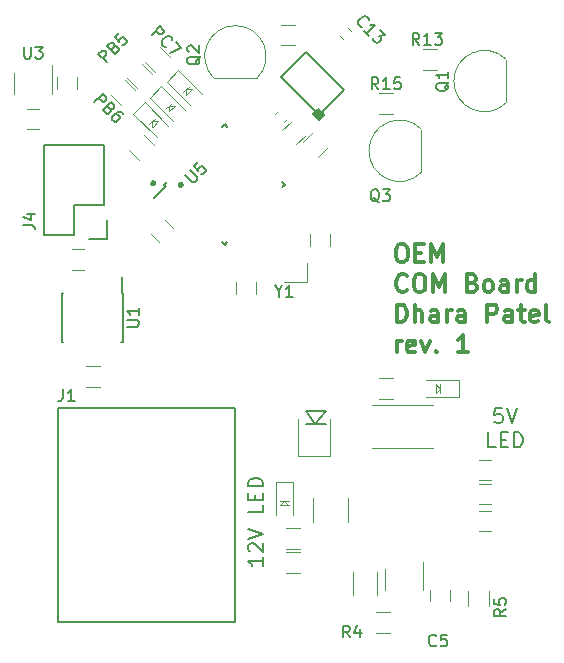
<source format=gto>
G04 #@! TF.GenerationSoftware,KiCad,Pcbnew,5.0.1-33cea8e~68~ubuntu18.04.1*
G04 #@! TF.CreationDate,2019-04-03T20:24:34-04:00*
G04 #@! TF.ProjectId,IMU,494D552E6B696361645F706362000000,rev?*
G04 #@! TF.SameCoordinates,Original*
G04 #@! TF.FileFunction,Legend,Top*
G04 #@! TF.FilePolarity,Positive*
%FSLAX46Y46*%
G04 Gerber Fmt 4.6, Leading zero omitted, Abs format (unit mm)*
G04 Created by KiCad (PCBNEW 5.0.1-33cea8e~68~ubuntu18.04.1) date Wed 03 Apr 2019 08:24:34 PM EDT*
%MOMM*%
%LPD*%
G01*
G04 APERTURE LIST*
%ADD10C,0.300000*%
%ADD11C,0.152400*%
%ADD12C,0.120000*%
%ADD13C,0.150000*%
%ADD14C,0.100000*%
%ADD15C,0.200000*%
%ADD16C,0.500000*%
G04 APERTURE END LIST*
D10*
X152841617Y-90933771D02*
X153127331Y-90933771D01*
X153270188Y-91005200D01*
X153413045Y-91148057D01*
X153484474Y-91433771D01*
X153484474Y-91933771D01*
X153413045Y-92219485D01*
X153270188Y-92362342D01*
X153127331Y-92433771D01*
X152841617Y-92433771D01*
X152698760Y-92362342D01*
X152555902Y-92219485D01*
X152484474Y-91933771D01*
X152484474Y-91433771D01*
X152555902Y-91148057D01*
X152698760Y-91005200D01*
X152841617Y-90933771D01*
X154127331Y-91648057D02*
X154627331Y-91648057D01*
X154841617Y-92433771D02*
X154127331Y-92433771D01*
X154127331Y-90933771D01*
X154841617Y-90933771D01*
X155484474Y-92433771D02*
X155484474Y-90933771D01*
X155984474Y-92005200D01*
X156484474Y-90933771D01*
X156484474Y-92433771D01*
X153413045Y-94840914D02*
X153341617Y-94912342D01*
X153127331Y-94983771D01*
X152984474Y-94983771D01*
X152770188Y-94912342D01*
X152627331Y-94769485D01*
X152555902Y-94626628D01*
X152484474Y-94340914D01*
X152484474Y-94126628D01*
X152555902Y-93840914D01*
X152627331Y-93698057D01*
X152770188Y-93555200D01*
X152984474Y-93483771D01*
X153127331Y-93483771D01*
X153341617Y-93555200D01*
X153413045Y-93626628D01*
X154341617Y-93483771D02*
X154627331Y-93483771D01*
X154770188Y-93555200D01*
X154913045Y-93698057D01*
X154984474Y-93983771D01*
X154984474Y-94483771D01*
X154913045Y-94769485D01*
X154770188Y-94912342D01*
X154627331Y-94983771D01*
X154341617Y-94983771D01*
X154198760Y-94912342D01*
X154055902Y-94769485D01*
X153984474Y-94483771D01*
X153984474Y-93983771D01*
X154055902Y-93698057D01*
X154198760Y-93555200D01*
X154341617Y-93483771D01*
X155627331Y-94983771D02*
X155627331Y-93483771D01*
X156127331Y-94555200D01*
X156627331Y-93483771D01*
X156627331Y-94983771D01*
X158984474Y-94198057D02*
X159198760Y-94269485D01*
X159270188Y-94340914D01*
X159341617Y-94483771D01*
X159341617Y-94698057D01*
X159270188Y-94840914D01*
X159198760Y-94912342D01*
X159055902Y-94983771D01*
X158484474Y-94983771D01*
X158484474Y-93483771D01*
X158984474Y-93483771D01*
X159127331Y-93555200D01*
X159198760Y-93626628D01*
X159270188Y-93769485D01*
X159270188Y-93912342D01*
X159198760Y-94055200D01*
X159127331Y-94126628D01*
X158984474Y-94198057D01*
X158484474Y-94198057D01*
X160198760Y-94983771D02*
X160055902Y-94912342D01*
X159984474Y-94840914D01*
X159913045Y-94698057D01*
X159913045Y-94269485D01*
X159984474Y-94126628D01*
X160055902Y-94055200D01*
X160198760Y-93983771D01*
X160413045Y-93983771D01*
X160555902Y-94055200D01*
X160627331Y-94126628D01*
X160698760Y-94269485D01*
X160698760Y-94698057D01*
X160627331Y-94840914D01*
X160555902Y-94912342D01*
X160413045Y-94983771D01*
X160198760Y-94983771D01*
X161984474Y-94983771D02*
X161984474Y-94198057D01*
X161913045Y-94055200D01*
X161770188Y-93983771D01*
X161484474Y-93983771D01*
X161341617Y-94055200D01*
X161984474Y-94912342D02*
X161841617Y-94983771D01*
X161484474Y-94983771D01*
X161341617Y-94912342D01*
X161270188Y-94769485D01*
X161270188Y-94626628D01*
X161341617Y-94483771D01*
X161484474Y-94412342D01*
X161841617Y-94412342D01*
X161984474Y-94340914D01*
X162698760Y-94983771D02*
X162698760Y-93983771D01*
X162698760Y-94269485D02*
X162770188Y-94126628D01*
X162841617Y-94055200D01*
X162984474Y-93983771D01*
X163127331Y-93983771D01*
X164270188Y-94983771D02*
X164270188Y-93483771D01*
X164270188Y-94912342D02*
X164127331Y-94983771D01*
X163841617Y-94983771D01*
X163698760Y-94912342D01*
X163627331Y-94840914D01*
X163555902Y-94698057D01*
X163555902Y-94269485D01*
X163627331Y-94126628D01*
X163698760Y-94055200D01*
X163841617Y-93983771D01*
X164127331Y-93983771D01*
X164270188Y-94055200D01*
X152555902Y-97533771D02*
X152555902Y-96033771D01*
X152913045Y-96033771D01*
X153127331Y-96105200D01*
X153270188Y-96248057D01*
X153341617Y-96390914D01*
X153413045Y-96676628D01*
X153413045Y-96890914D01*
X153341617Y-97176628D01*
X153270188Y-97319485D01*
X153127331Y-97462342D01*
X152913045Y-97533771D01*
X152555902Y-97533771D01*
X154055902Y-97533771D02*
X154055902Y-96033771D01*
X154698760Y-97533771D02*
X154698760Y-96748057D01*
X154627331Y-96605200D01*
X154484474Y-96533771D01*
X154270188Y-96533771D01*
X154127331Y-96605200D01*
X154055902Y-96676628D01*
X156055902Y-97533771D02*
X156055902Y-96748057D01*
X155984474Y-96605200D01*
X155841617Y-96533771D01*
X155555902Y-96533771D01*
X155413045Y-96605200D01*
X156055902Y-97462342D02*
X155913045Y-97533771D01*
X155555902Y-97533771D01*
X155413045Y-97462342D01*
X155341617Y-97319485D01*
X155341617Y-97176628D01*
X155413045Y-97033771D01*
X155555902Y-96962342D01*
X155913045Y-96962342D01*
X156055902Y-96890914D01*
X156770188Y-97533771D02*
X156770188Y-96533771D01*
X156770188Y-96819485D02*
X156841617Y-96676628D01*
X156913045Y-96605200D01*
X157055902Y-96533771D01*
X157198760Y-96533771D01*
X158341617Y-97533771D02*
X158341617Y-96748057D01*
X158270188Y-96605200D01*
X158127331Y-96533771D01*
X157841617Y-96533771D01*
X157698760Y-96605200D01*
X158341617Y-97462342D02*
X158198760Y-97533771D01*
X157841617Y-97533771D01*
X157698760Y-97462342D01*
X157627331Y-97319485D01*
X157627331Y-97176628D01*
X157698760Y-97033771D01*
X157841617Y-96962342D01*
X158198760Y-96962342D01*
X158341617Y-96890914D01*
X160198760Y-97533771D02*
X160198760Y-96033771D01*
X160770188Y-96033771D01*
X160913045Y-96105200D01*
X160984474Y-96176628D01*
X161055902Y-96319485D01*
X161055902Y-96533771D01*
X160984474Y-96676628D01*
X160913045Y-96748057D01*
X160770188Y-96819485D01*
X160198760Y-96819485D01*
X162341617Y-97533771D02*
X162341617Y-96748057D01*
X162270188Y-96605200D01*
X162127331Y-96533771D01*
X161841617Y-96533771D01*
X161698760Y-96605200D01*
X162341617Y-97462342D02*
X162198760Y-97533771D01*
X161841617Y-97533771D01*
X161698760Y-97462342D01*
X161627331Y-97319485D01*
X161627331Y-97176628D01*
X161698760Y-97033771D01*
X161841617Y-96962342D01*
X162198760Y-96962342D01*
X162341617Y-96890914D01*
X162841617Y-96533771D02*
X163413045Y-96533771D01*
X163055902Y-96033771D02*
X163055902Y-97319485D01*
X163127331Y-97462342D01*
X163270188Y-97533771D01*
X163413045Y-97533771D01*
X164484474Y-97462342D02*
X164341617Y-97533771D01*
X164055902Y-97533771D01*
X163913045Y-97462342D01*
X163841617Y-97319485D01*
X163841617Y-96748057D01*
X163913045Y-96605200D01*
X164055902Y-96533771D01*
X164341617Y-96533771D01*
X164484474Y-96605200D01*
X164555902Y-96748057D01*
X164555902Y-96890914D01*
X163841617Y-97033771D01*
X165413045Y-97533771D02*
X165270188Y-97462342D01*
X165198760Y-97319485D01*
X165198760Y-96033771D01*
X152555902Y-100083771D02*
X152555902Y-99083771D01*
X152555902Y-99369485D02*
X152627331Y-99226628D01*
X152698760Y-99155200D01*
X152841617Y-99083771D01*
X152984474Y-99083771D01*
X154055902Y-100012342D02*
X153913045Y-100083771D01*
X153627331Y-100083771D01*
X153484474Y-100012342D01*
X153413045Y-99869485D01*
X153413045Y-99298057D01*
X153484474Y-99155200D01*
X153627331Y-99083771D01*
X153913045Y-99083771D01*
X154055902Y-99155200D01*
X154127331Y-99298057D01*
X154127331Y-99440914D01*
X153413045Y-99583771D01*
X154627331Y-99083771D02*
X154984474Y-100083771D01*
X155341617Y-99083771D01*
X155913045Y-99940914D02*
X155984474Y-100012342D01*
X155913045Y-100083771D01*
X155841617Y-100012342D01*
X155913045Y-99940914D01*
X155913045Y-100083771D01*
X158555902Y-100083771D02*
X157698760Y-100083771D01*
X158127331Y-100083771D02*
X158127331Y-98583771D01*
X157984474Y-98798057D01*
X157841617Y-98940914D01*
X157698760Y-99012342D01*
D11*
X141234643Y-117420571D02*
X141234643Y-118146285D01*
X141234643Y-117783428D02*
X139964643Y-117783428D01*
X140146072Y-117904380D01*
X140267024Y-118025333D01*
X140327500Y-118146285D01*
X140085596Y-116936761D02*
X140025120Y-116876285D01*
X139964643Y-116755333D01*
X139964643Y-116452952D01*
X140025120Y-116332000D01*
X140085596Y-116271523D01*
X140206548Y-116211047D01*
X140327500Y-116211047D01*
X140508929Y-116271523D01*
X141234643Y-116997238D01*
X141234643Y-116211047D01*
X139964643Y-115848190D02*
X141234643Y-115424857D01*
X139964643Y-115001523D01*
X141234643Y-113005809D02*
X141234643Y-113610571D01*
X139964643Y-113610571D01*
X140569405Y-112582476D02*
X140569405Y-112159142D01*
X141234643Y-111977714D02*
X141234643Y-112582476D01*
X139964643Y-112582476D01*
X139964643Y-111977714D01*
X141234643Y-111433428D02*
X139964643Y-111433428D01*
X139964643Y-111131047D01*
X140025120Y-110949619D01*
X140146072Y-110828666D01*
X140267024Y-110768190D01*
X140508929Y-110707714D01*
X140690358Y-110707714D01*
X140932262Y-110768190D01*
X141053215Y-110828666D01*
X141174167Y-110949619D01*
X141234643Y-111131047D01*
X141234643Y-111433428D01*
X161489855Y-104804983D02*
X160885093Y-104804983D01*
X160824617Y-105409745D01*
X160885093Y-105349269D01*
X161006045Y-105288793D01*
X161308426Y-105288793D01*
X161429379Y-105349269D01*
X161489855Y-105409745D01*
X161550331Y-105530698D01*
X161550331Y-105833079D01*
X161489855Y-105954031D01*
X161429379Y-106014507D01*
X161308426Y-106074983D01*
X161006045Y-106074983D01*
X160885093Y-106014507D01*
X160824617Y-105954031D01*
X161913188Y-104804983D02*
X162336521Y-106074983D01*
X162759855Y-104804983D01*
X160915331Y-108132383D02*
X160310569Y-108132383D01*
X160310569Y-106862383D01*
X161338664Y-107467145D02*
X161761998Y-107467145D01*
X161943426Y-108132383D02*
X161338664Y-108132383D01*
X161338664Y-106862383D01*
X161943426Y-106862383D01*
X162487712Y-108132383D02*
X162487712Y-106862383D01*
X162790093Y-106862383D01*
X162971521Y-106922860D01*
X163092474Y-107043812D01*
X163152950Y-107164764D01*
X163213426Y-107406669D01*
X163213426Y-107588098D01*
X163152950Y-107830002D01*
X163092474Y-107950955D01*
X162971521Y-108071907D01*
X162790093Y-108132383D01*
X162487712Y-108132383D01*
D12*
G04 #@! TO.C,R1*
X146734647Y-82662821D02*
X145886119Y-83511349D01*
X144641611Y-82266841D02*
X145490139Y-81418313D01*
D13*
G04 #@! TO.C,J4*
X127777240Y-87630000D02*
X127777240Y-82550000D01*
X128057240Y-90450000D02*
X126507240Y-90450000D01*
X125237240Y-90170000D02*
X125237240Y-87630000D01*
X125237240Y-87630000D02*
X127777240Y-87630000D01*
X127777240Y-82550000D02*
X122697240Y-82550000D01*
X122697240Y-82550000D02*
X122697240Y-87630000D01*
X128057240Y-90450000D02*
X128057240Y-88900000D01*
X122697240Y-90170000D02*
X125237240Y-90170000D01*
X122697240Y-87630000D02*
X122697240Y-90170000D01*
D12*
G04 #@! TO.C,R2*
X143148560Y-114965880D02*
X144348560Y-114965880D01*
X144348560Y-116725880D02*
X143148560Y-116725880D01*
G04 #@! TO.C,F1*
X145424060Y-114438380D02*
X145424060Y-112438380D01*
X148384060Y-112438380D02*
X148384060Y-114438380D01*
D14*
G04 #@! TO.C,D2*
X156224560Y-102795880D02*
X156224560Y-103145880D01*
X156224560Y-103145880D02*
X156224560Y-103495880D01*
X155874560Y-102795880D02*
X156224560Y-103145880D01*
X155874560Y-102845880D02*
X155874560Y-102795880D01*
X155874560Y-102795880D02*
X155874560Y-102845880D01*
X155874560Y-103495880D02*
X155874560Y-102845880D01*
X155924560Y-103445880D02*
X155874560Y-103495880D01*
X156224560Y-103145880D02*
X155924560Y-103445880D01*
D12*
X157824560Y-103845880D02*
X157824560Y-102445880D01*
X157824560Y-102445880D02*
X155024560Y-102445880D01*
X157824560Y-103845880D02*
X155024560Y-103845880D01*
G04 #@! TO.C,R9*
X155619560Y-108140880D02*
X150419560Y-108140880D01*
X150419560Y-104500880D02*
X155619560Y-104500880D01*
G04 #@! TO.C,C7*
X160504560Y-109153880D02*
X159504560Y-109153880D01*
X159504560Y-110853880D02*
X160504560Y-110853880D01*
G04 #@! TO.C,U2*
X151574660Y-118438380D02*
X151574660Y-120238380D01*
X154794660Y-120238380D02*
X154794660Y-117788380D01*
G04 #@! TO.C,C3*
X150864560Y-120655880D02*
X150864560Y-118655880D01*
X148824560Y-118655880D02*
X148824560Y-120655880D01*
G04 #@! TO.C,R12*
X152222560Y-104025880D02*
X151022560Y-104025880D01*
X151022560Y-102265880D02*
X152222560Y-102265880D01*
G04 #@! TO.C,R4*
X150768560Y-122077880D02*
X151968560Y-122077880D01*
X151968560Y-123837880D02*
X150768560Y-123837880D01*
G04 #@! TO.C,R5*
X160376560Y-120325880D02*
X160376560Y-121525880D01*
X158616560Y-121525880D02*
X158616560Y-120325880D01*
G04 #@! TO.C,C12*
X160504560Y-113471880D02*
X159504560Y-113471880D01*
X159504560Y-115171880D02*
X160504560Y-115171880D01*
G04 #@! TO.C,C11*
X160504560Y-111185880D02*
X159504560Y-111185880D01*
X159504560Y-112885880D02*
X160504560Y-112885880D01*
G04 #@! TO.C,C5*
X155344560Y-120171880D02*
X155344560Y-121171880D01*
X157044560Y-121171880D02*
X157044560Y-120171880D01*
D14*
G04 #@! TO.C,D1*
X142697720Y-112675240D02*
X143047720Y-112675240D01*
X143047720Y-112675240D02*
X143397720Y-112675240D01*
X142697720Y-113025240D02*
X143047720Y-112675240D01*
X142747720Y-113025240D02*
X142697720Y-113025240D01*
X142697720Y-113025240D02*
X142747720Y-113025240D01*
X143397720Y-113025240D02*
X142747720Y-113025240D01*
X143347720Y-112975240D02*
X143397720Y-113025240D01*
X143047720Y-112675240D02*
X143347720Y-112975240D01*
D12*
X143747720Y-111075240D02*
X142347720Y-111075240D01*
X142347720Y-111075240D02*
X142347720Y-113875240D01*
X143747720Y-111075240D02*
X143747720Y-113875240D01*
D15*
G04 #@! TO.C,D7*
X146526560Y-105085880D02*
X145626560Y-106185880D01*
X144826560Y-105085880D02*
X146526560Y-105085880D01*
X145626560Y-106185880D02*
X144826560Y-105085880D01*
X144826560Y-106185880D02*
X146526560Y-106185880D01*
D12*
X144193060Y-108860880D02*
X146860060Y-108860880D01*
X146860060Y-108860880D02*
X146860060Y-105685880D01*
X144193060Y-108860880D02*
X144193060Y-105685880D01*
G04 #@! TO.C,R3*
X143148560Y-116997880D02*
X144348560Y-116997880D01*
X144348560Y-118757880D02*
X143148560Y-118757880D01*
G04 #@! TO.C,C1*
X131719766Y-90046647D02*
X132426873Y-90753754D01*
X133628954Y-89551673D02*
X132921847Y-88844566D01*
G04 #@! TO.C,C2*
X143563786Y-80547373D02*
X142856679Y-81254480D01*
X144058760Y-82456561D02*
X144765867Y-81749454D01*
G04 #@! TO.C,C4*
X126077600Y-91367240D02*
X125077600Y-91367240D01*
X125077600Y-93067240D02*
X126077600Y-93067240D01*
G04 #@! TO.C,C6*
X145235560Y-90051000D02*
X145235560Y-91051000D01*
X146935560Y-91051000D02*
X146935560Y-90051000D01*
G04 #@! TO.C,C8*
X138961760Y-94140400D02*
X138961760Y-95140400D01*
X140661760Y-95140400D02*
X140661760Y-94140400D01*
G04 #@! TO.C,C9*
X122252243Y-79507177D02*
X121252243Y-79507177D01*
X121252243Y-81207177D02*
X122252243Y-81207177D01*
G04 #@! TO.C,C10*
X123787683Y-76752537D02*
X123787683Y-77752537D01*
X125487683Y-77752537D02*
X125487683Y-76752537D01*
G04 #@! TO.C,C13*
X148689807Y-72835358D02*
X148459602Y-72605153D01*
X147968558Y-73556607D02*
X147738353Y-73326402D01*
G04 #@! TO.C,C14*
X143228220Y-80350089D02*
X142998015Y-80580294D01*
X142506971Y-79628840D02*
X142276766Y-79859045D01*
G04 #@! TO.C,D3*
X134047923Y-76192453D02*
X136027822Y-78172352D01*
X133057973Y-77182403D02*
X135037872Y-79162302D01*
X134047923Y-76192453D02*
X133057973Y-77182403D01*
D14*
X134684319Y-77818799D02*
X135108583Y-77818799D01*
X135108583Y-77818799D02*
X135179293Y-77818799D01*
X135179293Y-77818799D02*
X134719674Y-78278418D01*
X134684319Y-78313773D02*
X134719674Y-78278418D01*
X134719674Y-78278418D02*
X134684319Y-78313773D01*
X134684319Y-78313773D02*
X134684319Y-77818799D01*
X134684319Y-77818799D02*
X134931806Y-77571311D01*
X134436831Y-78066286D02*
X134684319Y-77818799D01*
G04 #@! TO.C,D4*
X133009928Y-79428303D02*
X133257416Y-79180816D01*
X133257416Y-79180816D02*
X133504903Y-78933328D01*
X133257416Y-79675790D02*
X133257416Y-79180816D01*
X133292771Y-79640435D02*
X133257416Y-79675790D01*
X133257416Y-79675790D02*
X133292771Y-79640435D01*
X133752390Y-79180816D02*
X133292771Y-79640435D01*
X133681680Y-79180816D02*
X133752390Y-79180816D01*
X133257416Y-79180816D02*
X133681680Y-79180816D01*
D12*
X132621020Y-77554470D02*
X131631070Y-78544420D01*
X131631070Y-78544420D02*
X133610969Y-80524319D01*
X132621020Y-77554470D02*
X134600919Y-79534369D01*
G04 #@! TO.C,D5*
X131222866Y-78902056D02*
X133202765Y-80881955D01*
X130232916Y-79892006D02*
X132212815Y-81871905D01*
X131222866Y-78902056D02*
X130232916Y-79892006D01*
D14*
X131859262Y-80528402D02*
X132283526Y-80528402D01*
X132283526Y-80528402D02*
X132354236Y-80528402D01*
X132354236Y-80528402D02*
X131894617Y-80988021D01*
X131859262Y-81023376D02*
X131894617Y-80988021D01*
X131894617Y-80988021D02*
X131859262Y-81023376D01*
X131859262Y-81023376D02*
X131859262Y-80528402D01*
X131859262Y-80528402D02*
X132106749Y-80280914D01*
X131611774Y-80775889D02*
X131859262Y-80528402D01*
D12*
G04 #@! TO.C,R7*
X126237440Y-101263560D02*
X127437440Y-101263560D01*
X127437440Y-103023560D02*
X126237440Y-103023560D01*
G04 #@! TO.C,R8*
X130728850Y-83809878D02*
X129880322Y-82961350D01*
X131124830Y-81716842D02*
X131973358Y-82565370D01*
D13*
G04 #@! TO.C,U1*
X129336240Y-95059680D02*
X129286240Y-95059680D01*
X129336240Y-99209680D02*
X129191240Y-99209680D01*
X124186240Y-99209680D02*
X124331240Y-99209680D01*
X124186240Y-95059680D02*
X124331240Y-95059680D01*
X129336240Y-95059680D02*
X129336240Y-99209680D01*
X124186240Y-95059680D02*
X124186240Y-99209680D01*
X129286240Y-95059680D02*
X129286240Y-93659680D01*
G04 #@! TO.C,U5*
X133010992Y-86034349D02*
X132003365Y-87041976D01*
X137978417Y-80748726D02*
X137748607Y-80978536D01*
X143104941Y-85875250D02*
X142875131Y-86105060D01*
X137978417Y-91001774D02*
X138208227Y-90771964D01*
X132851893Y-85875250D02*
X133081703Y-85645440D01*
X137978417Y-91001774D02*
X137748607Y-90771964D01*
X143104941Y-85875250D02*
X142875131Y-85645440D01*
X137978417Y-80748726D02*
X138208227Y-80978536D01*
X132851893Y-85875250D02*
X133010992Y-86034349D01*
D16*
X131940603Y-85749526D02*
G75*
G03X131940603Y-85749526I-50800J0D01*
G01*
X134275471Y-85893211D02*
G75*
G03X134275471Y-85893211I-50801J0D01*
G01*
D14*
G04 #@! TO.C,Y1*
X144981680Y-94116960D02*
X144981681Y-92516960D01*
X144981680Y-94116960D02*
X142981680Y-94116960D01*
D12*
G04 #@! TO.C,U3*
X123377483Y-78224417D02*
X123377483Y-75774417D01*
X120157483Y-76424417D02*
X120157483Y-78224417D01*
D13*
G04 #@! TO.C,U4*
X145923155Y-80332246D02*
X146336247Y-79955075D01*
X145977036Y-79847312D02*
X145959076Y-79865272D01*
X145923155Y-79721588D02*
X145977036Y-79847312D01*
X145707629Y-79937114D02*
X145923155Y-79721588D01*
X145869273Y-80098759D02*
X145707629Y-79937114D01*
X146174602Y-79829351D02*
X145869273Y-80098759D01*
X145941115Y-79595865D02*
X146174602Y-79829351D01*
X145581905Y-79955075D02*
X145941115Y-79595865D01*
X145887234Y-80260403D02*
X145581905Y-79955075D01*
X146300326Y-79847312D02*
X145887234Y-80260403D01*
X145923155Y-79470141D02*
X146390128Y-79937114D01*
X145653747Y-79739549D02*
X145923155Y-79470141D01*
X145456182Y-79937114D02*
X145671708Y-79721588D01*
X145941115Y-80422048D02*
X145456182Y-79937114D01*
X146408089Y-79955075D02*
X145941115Y-80422048D01*
X146192563Y-79739549D02*
X146408089Y-79955075D01*
X148052960Y-77864160D02*
X144870980Y-74682180D01*
X145932630Y-79984490D02*
X148053950Y-77863170D01*
X142750650Y-76802510D02*
X144871970Y-74681190D01*
X145932630Y-79984490D02*
X142750650Y-76802510D01*
G04 #@! TO.C,J1*
X138880880Y-104769920D02*
X138880880Y-122929920D01*
X123880880Y-104769920D02*
X123880880Y-122929920D01*
X123880880Y-104769920D02*
X138880880Y-104769920D01*
X123880880Y-122929920D02*
X138880880Y-122929920D01*
D12*
G04 #@! TO.C,PC7*
X132479999Y-74232811D02*
X133328527Y-75081339D01*
X132084019Y-76325847D02*
X131235491Y-75477319D01*
G04 #@! TO.C,PB5*
X130586610Y-77724038D02*
X129738082Y-76875510D01*
X130982590Y-75631002D02*
X131831118Y-76479530D01*
G04 #@! TO.C,PB6*
X129565270Y-77043242D02*
X130413798Y-77891770D01*
X129169290Y-79136278D02*
X128320762Y-78287750D01*
G04 #@! TO.C,Q1*
X161822918Y-75275922D02*
G75*
G03X157384440Y-77114400I-1838478J-1838478D01*
G01*
X161822918Y-78952878D02*
G75*
G02X157384440Y-77114400I-1838478J1838478D01*
G01*
X161834440Y-78914400D02*
X161834440Y-75314400D01*
G04 #@! TO.C,Q2*
X137092280Y-76866360D02*
X140692280Y-76866360D01*
X137053802Y-76854838D02*
G75*
G02X138892280Y-72416360I1838478J1838478D01*
G01*
X140730758Y-76854838D02*
G75*
G03X138892280Y-72416360I-1838478J1838478D01*
G01*
G04 #@! TO.C,Q3*
X154646240Y-84812280D02*
X154646240Y-81212280D01*
X154634718Y-84850758D02*
G75*
G02X150196240Y-83012280I-1838478J1838478D01*
G01*
X154634718Y-81173802D02*
G75*
G03X150196240Y-83012280I-1838478J-1838478D01*
G01*
G04 #@! TO.C,R13*
X155946400Y-76160520D02*
X154746400Y-76160520D01*
X154746400Y-74400520D02*
X155946400Y-74400520D01*
G04 #@! TO.C,R14*
X142772880Y-72327880D02*
X143972880Y-72327880D01*
X143972880Y-74087880D02*
X142772880Y-74087880D01*
G04 #@! TO.C,R15*
X152237960Y-79884160D02*
X151037960Y-79884160D01*
X151037960Y-78124160D02*
X152237960Y-78124160D01*
G04 #@! TO.C,J4*
D13*
X120920260Y-89294293D02*
X121634546Y-89294293D01*
X121777403Y-89341912D01*
X121872641Y-89437150D01*
X121920260Y-89580007D01*
X121920260Y-89675245D01*
X121253594Y-88389531D02*
X121920260Y-88389531D01*
X120872641Y-88627626D02*
X121586927Y-88865721D01*
X121586927Y-88246674D01*
G04 #@! TO.C,R4*
X148575733Y-124211340D02*
X148242400Y-123735150D01*
X148004304Y-124211340D02*
X148004304Y-123211340D01*
X148385257Y-123211340D01*
X148480495Y-123258960D01*
X148528114Y-123306579D01*
X148575733Y-123401817D01*
X148575733Y-123544674D01*
X148528114Y-123639912D01*
X148480495Y-123687531D01*
X148385257Y-123735150D01*
X148004304Y-123735150D01*
X149432876Y-123544674D02*
X149432876Y-124211340D01*
X149194780Y-123163721D02*
X148956685Y-123878007D01*
X149575733Y-123878007D01*
G04 #@! TO.C,R5*
X161788100Y-121827586D02*
X161311910Y-122160920D01*
X161788100Y-122399015D02*
X160788100Y-122399015D01*
X160788100Y-122018062D01*
X160835720Y-121922824D01*
X160883339Y-121875205D01*
X160978577Y-121827586D01*
X161121434Y-121827586D01*
X161216672Y-121875205D01*
X161264291Y-121922824D01*
X161311910Y-122018062D01*
X161311910Y-122399015D01*
X160788100Y-120922824D02*
X160788100Y-121399015D01*
X161264291Y-121446634D01*
X161216672Y-121399015D01*
X161169053Y-121303777D01*
X161169053Y-121065681D01*
X161216672Y-120970443D01*
X161264291Y-120922824D01*
X161359529Y-120875205D01*
X161597624Y-120875205D01*
X161692862Y-120922824D01*
X161740481Y-120970443D01*
X161788100Y-121065681D01*
X161788100Y-121303777D01*
X161740481Y-121399015D01*
X161692862Y-121446634D01*
G04 #@! TO.C,C5*
X155885853Y-124873022D02*
X155838234Y-124920641D01*
X155695377Y-124968260D01*
X155600139Y-124968260D01*
X155457281Y-124920641D01*
X155362043Y-124825403D01*
X155314424Y-124730165D01*
X155266805Y-124539689D01*
X155266805Y-124396832D01*
X155314424Y-124206356D01*
X155362043Y-124111118D01*
X155457281Y-124015880D01*
X155600139Y-123968260D01*
X155695377Y-123968260D01*
X155838234Y-124015880D01*
X155885853Y-124063499D01*
X156790615Y-123968260D02*
X156314424Y-123968260D01*
X156266805Y-124444451D01*
X156314424Y-124396832D01*
X156409662Y-124349213D01*
X156647758Y-124349213D01*
X156742996Y-124396832D01*
X156790615Y-124444451D01*
X156838234Y-124539689D01*
X156838234Y-124777784D01*
X156790615Y-124873022D01*
X156742996Y-124920641D01*
X156647758Y-124968260D01*
X156409662Y-124968260D01*
X156314424Y-124920641D01*
X156266805Y-124873022D01*
G04 #@! TO.C,C13*
X149599933Y-72533409D02*
X149532589Y-72533409D01*
X149397902Y-72466065D01*
X149330559Y-72398722D01*
X149263215Y-72264035D01*
X149263215Y-72129348D01*
X149296887Y-72028333D01*
X149397902Y-71859974D01*
X149498917Y-71758959D01*
X149667276Y-71657943D01*
X149768291Y-71624272D01*
X149902978Y-71624272D01*
X150037665Y-71691615D01*
X150105009Y-71758959D01*
X150172352Y-71893646D01*
X150172352Y-71960989D01*
X150206024Y-73274188D02*
X149801963Y-72870127D01*
X150003994Y-73072157D02*
X150711101Y-72365050D01*
X150542742Y-72398722D01*
X150408055Y-72398722D01*
X150307040Y-72365050D01*
X151148833Y-72802783D02*
X151586566Y-73240516D01*
X151081490Y-73274188D01*
X151182505Y-73375203D01*
X151216177Y-73476218D01*
X151216177Y-73543562D01*
X151182505Y-73644577D01*
X151014146Y-73812936D01*
X150913131Y-73846607D01*
X150845788Y-73846607D01*
X150744772Y-73812936D01*
X150542742Y-73610905D01*
X150509070Y-73509890D01*
X150509070Y-73442546D01*
G04 #@! TO.C,U1*
X129713620Y-97896584D02*
X130523144Y-97896584D01*
X130618382Y-97848965D01*
X130666001Y-97801346D01*
X130713620Y-97706108D01*
X130713620Y-97515632D01*
X130666001Y-97420394D01*
X130618382Y-97372775D01*
X130523144Y-97325156D01*
X129713620Y-97325156D01*
X130713620Y-96325156D02*
X130713620Y-96896584D01*
X130713620Y-96610870D02*
X129713620Y-96610870D01*
X129856478Y-96706108D01*
X129951716Y-96801346D01*
X129999335Y-96896584D01*
G04 #@! TO.C,U5*
X134664306Y-85073882D02*
X135236726Y-85646302D01*
X135337741Y-85679974D01*
X135405085Y-85679974D01*
X135506100Y-85646302D01*
X135640787Y-85511615D01*
X135674459Y-85410600D01*
X135674459Y-85343256D01*
X135640787Y-85242241D01*
X135068367Y-84669821D01*
X135741802Y-83996386D02*
X135405085Y-84333104D01*
X135708131Y-84703493D01*
X135708131Y-84636150D01*
X135741802Y-84535134D01*
X135910161Y-84366776D01*
X136011176Y-84333104D01*
X136078520Y-84333104D01*
X136179535Y-84366776D01*
X136347894Y-84535134D01*
X136381566Y-84636150D01*
X136381566Y-84703493D01*
X136347894Y-84804508D01*
X136179535Y-84972867D01*
X136078520Y-85006539D01*
X136011176Y-85006539D01*
G04 #@! TO.C,Y1*
X142541049Y-94926470D02*
X142541049Y-95402660D01*
X142207716Y-94402660D02*
X142541049Y-94926470D01*
X142874382Y-94402660D01*
X143731525Y-95402660D02*
X143160097Y-95402660D01*
X143445811Y-95402660D02*
X143445811Y-94402660D01*
X143350573Y-94545518D01*
X143255335Y-94640756D01*
X143160097Y-94688375D01*
G04 #@! TO.C,U3*
X120995535Y-74209660D02*
X120995535Y-75019184D01*
X121043154Y-75114422D01*
X121090773Y-75162041D01*
X121186011Y-75209660D01*
X121376487Y-75209660D01*
X121471725Y-75162041D01*
X121519344Y-75114422D01*
X121566963Y-75019184D01*
X121566963Y-74209660D01*
X121947916Y-74209660D02*
X122566963Y-74209660D01*
X122233630Y-74590613D01*
X122376487Y-74590613D01*
X122471725Y-74638232D01*
X122519344Y-74685851D01*
X122566963Y-74781089D01*
X122566963Y-75019184D01*
X122519344Y-75114422D01*
X122471725Y-75162041D01*
X122376487Y-75209660D01*
X122090773Y-75209660D01*
X121995535Y-75162041D01*
X121947916Y-75114422D01*
G04 #@! TO.C,J1*
X124279066Y-103206300D02*
X124279066Y-103920586D01*
X124231447Y-104063443D01*
X124136209Y-104158681D01*
X123993352Y-104206300D01*
X123898114Y-104206300D01*
X125279066Y-104206300D02*
X124707638Y-104206300D01*
X124993352Y-104206300D02*
X124993352Y-103206300D01*
X124898114Y-103349158D01*
X124802876Y-103444396D01*
X124707638Y-103492015D01*
G04 #@! TO.C,PC7*
X131799052Y-73185697D02*
X132506159Y-72478590D01*
X132775533Y-72747964D01*
X132809205Y-72848979D01*
X132809205Y-72916323D01*
X132775533Y-73017338D01*
X132674518Y-73118353D01*
X132573503Y-73152025D01*
X132506159Y-73152025D01*
X132405144Y-73118353D01*
X132135770Y-72848979D01*
X132977564Y-74229521D02*
X132910220Y-74229521D01*
X132775533Y-74162177D01*
X132708190Y-74094834D01*
X132640846Y-73960147D01*
X132640846Y-73825460D01*
X132674518Y-73724445D01*
X132775533Y-73556086D01*
X132876548Y-73455071D01*
X133044907Y-73354055D01*
X133145922Y-73320384D01*
X133280609Y-73320384D01*
X133415296Y-73387727D01*
X133482640Y-73455071D01*
X133549983Y-73589758D01*
X133549983Y-73657101D01*
X133853029Y-73825460D02*
X134324434Y-74296864D01*
X133314281Y-74700925D01*
G04 #@! TO.C,PB5*
X128003976Y-75536067D02*
X127296869Y-74828960D01*
X127566243Y-74559586D01*
X127667258Y-74525914D01*
X127734602Y-74525914D01*
X127835617Y-74559586D01*
X127936632Y-74660601D01*
X127970304Y-74761616D01*
X127970304Y-74828960D01*
X127936632Y-74929975D01*
X127667258Y-75199349D01*
X128576395Y-74222868D02*
X128711082Y-74155525D01*
X128778426Y-74155525D01*
X128879441Y-74189197D01*
X128980456Y-74290212D01*
X129014128Y-74391227D01*
X129014128Y-74458571D01*
X128980456Y-74559586D01*
X128711082Y-74828960D01*
X128003976Y-74121853D01*
X128239678Y-73886151D01*
X128340693Y-73852479D01*
X128408037Y-73852479D01*
X128509052Y-73886151D01*
X128576395Y-73953494D01*
X128610067Y-74054510D01*
X128610067Y-74121853D01*
X128576395Y-74222868D01*
X128340693Y-74458571D01*
X129047800Y-73078029D02*
X128711082Y-73414746D01*
X129014128Y-73785136D01*
X129014128Y-73717792D01*
X129047800Y-73616777D01*
X129216159Y-73448418D01*
X129317174Y-73414746D01*
X129384517Y-73414746D01*
X129485533Y-73448418D01*
X129653891Y-73616777D01*
X129687563Y-73717792D01*
X129687563Y-73785136D01*
X129653891Y-73886151D01*
X129485533Y-74054510D01*
X129384517Y-74088181D01*
X129317174Y-74088181D01*
G04 #@! TO.C,PB6*
X126957812Y-78880376D02*
X127664919Y-78173269D01*
X127934293Y-78442643D01*
X127967965Y-78543658D01*
X127967965Y-78611002D01*
X127934293Y-78712017D01*
X127833278Y-78813032D01*
X127732263Y-78846704D01*
X127664919Y-78846704D01*
X127563904Y-78813032D01*
X127294530Y-78543658D01*
X128271011Y-79452795D02*
X128338354Y-79587482D01*
X128338354Y-79654826D01*
X128304682Y-79755841D01*
X128203667Y-79856856D01*
X128102652Y-79890528D01*
X128035308Y-79890528D01*
X127934293Y-79856856D01*
X127664919Y-79587482D01*
X128372026Y-78880376D01*
X128607728Y-79116078D01*
X128641400Y-79217093D01*
X128641400Y-79284437D01*
X128607728Y-79385452D01*
X128540385Y-79452795D01*
X128439369Y-79486467D01*
X128372026Y-79486467D01*
X128271011Y-79452795D01*
X128035308Y-79217093D01*
X129382178Y-79890528D02*
X129247491Y-79755841D01*
X129146476Y-79722169D01*
X129079133Y-79722169D01*
X128910774Y-79755841D01*
X128742415Y-79856856D01*
X128473041Y-80126230D01*
X128439369Y-80227246D01*
X128439369Y-80294589D01*
X128473041Y-80395604D01*
X128607728Y-80530291D01*
X128708743Y-80563963D01*
X128776087Y-80563963D01*
X128877102Y-80530291D01*
X129045461Y-80361933D01*
X129079133Y-80260917D01*
X129079133Y-80193574D01*
X129045461Y-80092559D01*
X128910774Y-79957872D01*
X128809759Y-79924200D01*
X128742415Y-79924200D01*
X128641400Y-79957872D01*
G04 #@! TO.C,Q1*
X156972059Y-77209638D02*
X156924440Y-77304876D01*
X156829201Y-77400114D01*
X156686344Y-77542971D01*
X156638725Y-77638209D01*
X156638725Y-77733447D01*
X156876820Y-77685828D02*
X156829201Y-77781066D01*
X156733963Y-77876304D01*
X156543487Y-77923923D01*
X156210154Y-77923923D01*
X156019678Y-77876304D01*
X155924440Y-77781066D01*
X155876820Y-77685828D01*
X155876820Y-77495352D01*
X155924440Y-77400114D01*
X156019678Y-77304876D01*
X156210154Y-77257257D01*
X156543487Y-77257257D01*
X156733963Y-77304876D01*
X156829201Y-77400114D01*
X156876820Y-77495352D01*
X156876820Y-77685828D01*
X156876820Y-76304876D02*
X156876820Y-76876304D01*
X156876820Y-76590590D02*
X155876820Y-76590590D01*
X156019678Y-76685828D01*
X156114916Y-76781066D01*
X156162535Y-76876304D01*
G04 #@! TO.C,Q2*
X135924539Y-74984598D02*
X135876920Y-75079836D01*
X135781681Y-75175074D01*
X135638824Y-75317931D01*
X135591205Y-75413169D01*
X135591205Y-75508407D01*
X135829300Y-75460788D02*
X135781681Y-75556026D01*
X135686443Y-75651264D01*
X135495967Y-75698883D01*
X135162634Y-75698883D01*
X134972158Y-75651264D01*
X134876920Y-75556026D01*
X134829300Y-75460788D01*
X134829300Y-75270312D01*
X134876920Y-75175074D01*
X134972158Y-75079836D01*
X135162634Y-75032217D01*
X135495967Y-75032217D01*
X135686443Y-75079836D01*
X135781681Y-75175074D01*
X135829300Y-75270312D01*
X135829300Y-75460788D01*
X134924539Y-74651264D02*
X134876920Y-74603645D01*
X134829300Y-74508407D01*
X134829300Y-74270312D01*
X134876920Y-74175074D01*
X134924539Y-74127455D01*
X135019777Y-74079836D01*
X135115015Y-74079836D01*
X135257872Y-74127455D01*
X135829300Y-74698883D01*
X135829300Y-74079836D01*
G04 #@! TO.C,Q3*
X151080481Y-87369899D02*
X150985243Y-87322280D01*
X150890005Y-87227041D01*
X150747148Y-87084184D01*
X150651910Y-87036565D01*
X150556672Y-87036565D01*
X150604291Y-87274660D02*
X150509053Y-87227041D01*
X150413815Y-87131803D01*
X150366196Y-86941327D01*
X150366196Y-86607994D01*
X150413815Y-86417518D01*
X150509053Y-86322280D01*
X150604291Y-86274660D01*
X150794767Y-86274660D01*
X150890005Y-86322280D01*
X150985243Y-86417518D01*
X151032862Y-86607994D01*
X151032862Y-86941327D01*
X150985243Y-87131803D01*
X150890005Y-87227041D01*
X150794767Y-87274660D01*
X150604291Y-87274660D01*
X151366196Y-86274660D02*
X151985243Y-86274660D01*
X151651910Y-86655613D01*
X151794767Y-86655613D01*
X151890005Y-86703232D01*
X151937624Y-86750851D01*
X151985243Y-86846089D01*
X151985243Y-87084184D01*
X151937624Y-87179422D01*
X151890005Y-87227041D01*
X151794767Y-87274660D01*
X151509053Y-87274660D01*
X151413815Y-87227041D01*
X151366196Y-87179422D01*
G04 #@! TO.C,R13*
X154464782Y-74036180D02*
X154131449Y-73559990D01*
X153893354Y-74036180D02*
X153893354Y-73036180D01*
X154274306Y-73036180D01*
X154369544Y-73083800D01*
X154417163Y-73131419D01*
X154464782Y-73226657D01*
X154464782Y-73369514D01*
X154417163Y-73464752D01*
X154369544Y-73512371D01*
X154274306Y-73559990D01*
X153893354Y-73559990D01*
X155417163Y-74036180D02*
X154845735Y-74036180D01*
X155131449Y-74036180D02*
X155131449Y-73036180D01*
X155036211Y-73179038D01*
X154940973Y-73274276D01*
X154845735Y-73321895D01*
X155750497Y-73036180D02*
X156369544Y-73036180D01*
X156036211Y-73417133D01*
X156179068Y-73417133D01*
X156274306Y-73464752D01*
X156321925Y-73512371D01*
X156369544Y-73607609D01*
X156369544Y-73845704D01*
X156321925Y-73940942D01*
X156274306Y-73988561D01*
X156179068Y-74036180D01*
X155893354Y-74036180D01*
X155798116Y-73988561D01*
X155750497Y-73940942D01*
G04 #@! TO.C,R15*
X150995102Y-77806540D02*
X150661769Y-77330350D01*
X150423674Y-77806540D02*
X150423674Y-76806540D01*
X150804626Y-76806540D01*
X150899864Y-76854160D01*
X150947483Y-76901779D01*
X150995102Y-76997017D01*
X150995102Y-77139874D01*
X150947483Y-77235112D01*
X150899864Y-77282731D01*
X150804626Y-77330350D01*
X150423674Y-77330350D01*
X151947483Y-77806540D02*
X151376055Y-77806540D01*
X151661769Y-77806540D02*
X151661769Y-76806540D01*
X151566531Y-76949398D01*
X151471293Y-77044636D01*
X151376055Y-77092255D01*
X152852245Y-76806540D02*
X152376055Y-76806540D01*
X152328436Y-77282731D01*
X152376055Y-77235112D01*
X152471293Y-77187493D01*
X152709388Y-77187493D01*
X152804626Y-77235112D01*
X152852245Y-77282731D01*
X152899864Y-77377969D01*
X152899864Y-77616064D01*
X152852245Y-77711302D01*
X152804626Y-77758921D01*
X152709388Y-77806540D01*
X152471293Y-77806540D01*
X152376055Y-77758921D01*
X152328436Y-77711302D01*
G04 #@! TD*
M02*

</source>
